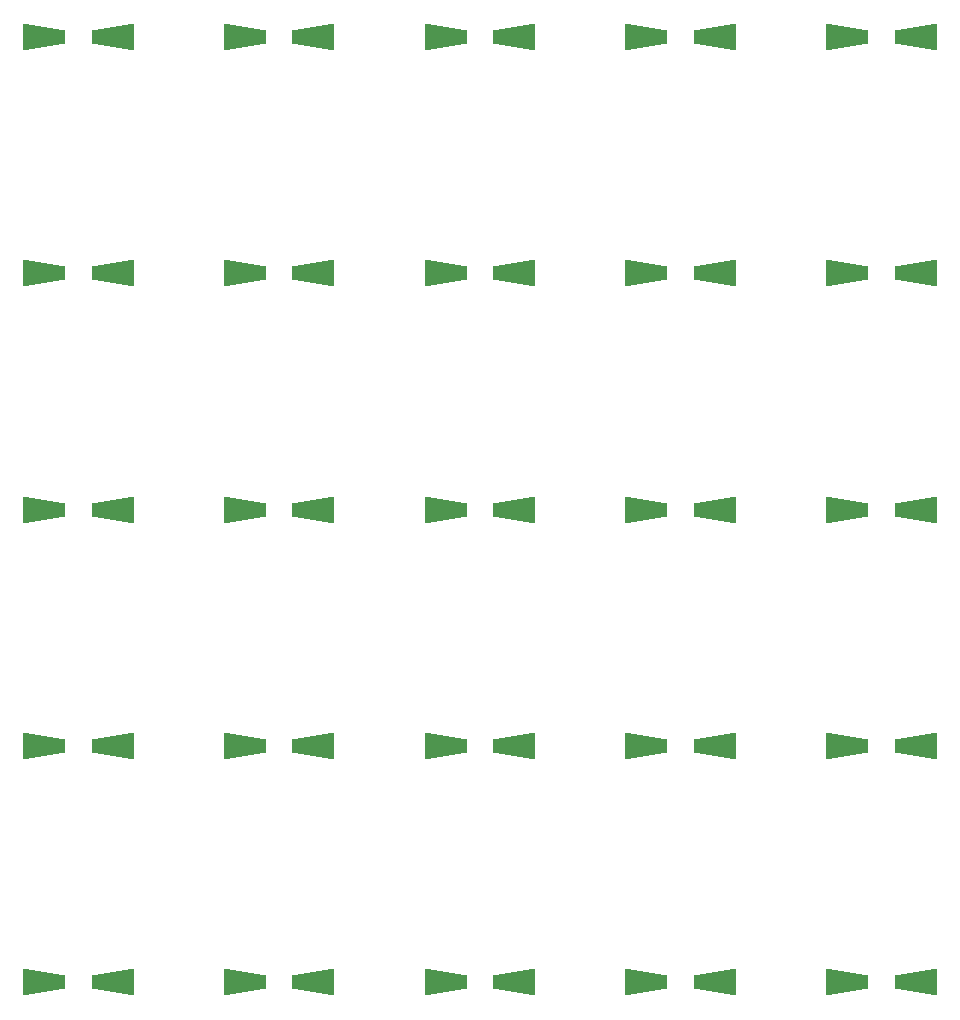
<source format=gbr>
%TF.GenerationSoftware,KiCad,Pcbnew,7.0.2*%
%TF.CreationDate,2024-02-09T22:37:23-05:00*%
%TF.ProjectId,Feeder-Panelized,46656564-6572-42d5-9061-6e656c697a65,rev?*%
%TF.SameCoordinates,Original*%
%TF.FileFunction,Paste,Top*%
%TF.FilePolarity,Positive*%
%FSLAX46Y46*%
G04 Gerber Fmt 4.6, Leading zero omitted, Abs format (unit mm)*
G04 Created by KiCad (PCBNEW 7.0.2) date 2024-02-09 22:37:23*
%MOMM*%
%LPD*%
G01*
G04 APERTURE LIST*
G04 Aperture macros list*
%AMOutline4P*
0 Free polygon, 4 corners , with rotation*
0 The origin of the aperture is its center*
0 number of corners: always 4*
0 $1 to $8 corner X, Y*
0 $9 Rotation angle, in degrees counterclockwise*
0 create outline with 4 corners*
4,1,4,$1,$2,$3,$4,$5,$6,$7,$8,$1,$2,$9*%
G04 Aperture macros list end*
%ADD10Outline4P,-1.800000X-1.150000X1.800000X-0.550000X1.800000X0.550000X-1.800000X1.150000X180.000000*%
%ADD11Outline4P,-1.800000X-1.150000X1.800000X-0.550000X1.800000X0.550000X-1.800000X1.150000X0.000000*%
G04 APERTURE END LIST*
D10*
%TO.C,D3*%
X166300000Y-91000000D03*
D11*
X160500000Y-91000000D03*
%TD*%
D10*
%TO.C,D5*%
X183300000Y-91000000D03*
D11*
X177500000Y-91000000D03*
%TD*%
D10*
%TO.C,D11*%
X149300000Y-111000000D03*
D11*
X143500000Y-111000000D03*
%TD*%
D10*
%TO.C,D27*%
X200300000Y-131000000D03*
D11*
X194500000Y-131000000D03*
%TD*%
D10*
%TO.C,D17*%
X200300000Y-111000000D03*
D11*
X194500000Y-111000000D03*
%TD*%
D10*
%TO.C,D43*%
X166300000Y-171000000D03*
D11*
X160500000Y-171000000D03*
%TD*%
D10*
%TO.C,D15*%
X183300000Y-111000000D03*
D11*
X177500000Y-111000000D03*
%TD*%
D10*
%TO.C,D37*%
X200300000Y-151000000D03*
D11*
X194500000Y-151000000D03*
%TD*%
D10*
%TO.C,D29*%
X217300000Y-131000000D03*
D11*
X211500000Y-131000000D03*
%TD*%
D10*
%TO.C,D19*%
X217300000Y-111000000D03*
D11*
X211500000Y-111000000D03*
%TD*%
D10*
%TO.C,D45*%
X183300000Y-171000000D03*
D11*
X177500000Y-171000000D03*
%TD*%
D10*
%TO.C,D31*%
X149300000Y-151000000D03*
D11*
X143500000Y-151000000D03*
%TD*%
D10*
%TO.C,D7*%
X200300000Y-91000000D03*
D11*
X194500000Y-91000000D03*
%TD*%
D10*
%TO.C,D47*%
X200300000Y-171000000D03*
D11*
X194500000Y-171000000D03*
%TD*%
D10*
%TO.C,D1*%
X149300000Y-91000000D03*
D11*
X143500000Y-91000000D03*
%TD*%
D10*
%TO.C,D21*%
X149300000Y-131000000D03*
D11*
X143500000Y-131000000D03*
%TD*%
D10*
%TO.C,D23*%
X166300000Y-131000000D03*
D11*
X160500000Y-131000000D03*
%TD*%
D10*
%TO.C,D13*%
X166300000Y-111000000D03*
D11*
X160500000Y-111000000D03*
%TD*%
D10*
%TO.C,D41*%
X149300000Y-171000000D03*
D11*
X143500000Y-171000000D03*
%TD*%
D10*
%TO.C,D49*%
X217300000Y-171000000D03*
D11*
X211500000Y-171000000D03*
%TD*%
D10*
%TO.C,D25*%
X183300000Y-131000000D03*
D11*
X177500000Y-131000000D03*
%TD*%
D10*
%TO.C,D39*%
X217300000Y-151000000D03*
D11*
X211500000Y-151000000D03*
%TD*%
D10*
%TO.C,D9*%
X217300000Y-91000000D03*
D11*
X211500000Y-91000000D03*
%TD*%
D10*
%TO.C,D33*%
X166300000Y-151000000D03*
D11*
X160500000Y-151000000D03*
%TD*%
D10*
%TO.C,D35*%
X183300000Y-151000000D03*
D11*
X177500000Y-151000000D03*
%TD*%
M02*

</source>
